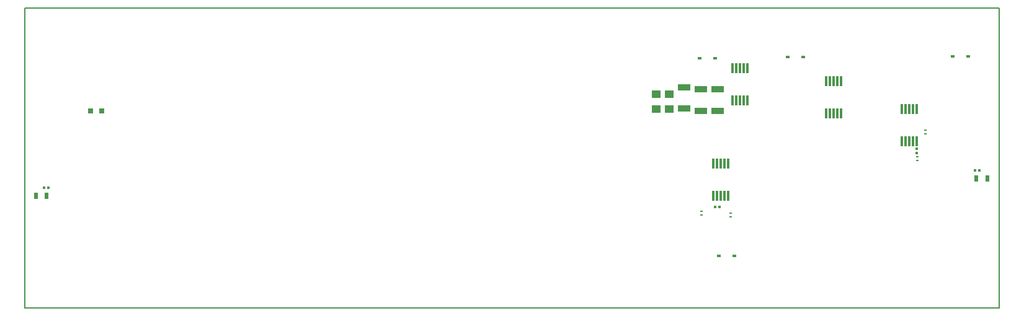
<source format=gbr>
G04 #@! TF.FileFunction,Paste,Bot*
%FSLAX46Y46*%
G04 Gerber Fmt 4.6, Leading zero omitted, Abs format (unit mm)*
G04 Created by KiCad (PCBNEW 4.0.7) date 06/14/18 22:28:00*
%MOMM*%
%LPD*%
G01*
G04 APERTURE LIST*
%ADD10C,0.100000*%
%ADD11C,0.150000*%
%ADD12R,0.800000X0.750000*%
%ADD13R,0.300000X0.350000*%
%ADD14R,1.250000X1.000000*%
%ADD15R,0.350000X0.300000*%
%ADD16R,0.300000X1.450000*%
%ADD17R,0.430000X0.280000*%
%ADD18R,0.500000X0.900000*%
%ADD19R,1.700000X0.900000*%
%ADD20R,0.600000X0.450000*%
G04 APERTURE END LIST*
D10*
D11*
X25000000Y-164000000D02*
X25000000Y-123000000D01*
X158000000Y-164000000D02*
X25000000Y-164000000D01*
X158000000Y-123000000D02*
X158000000Y-164000000D01*
X25000000Y-123000000D02*
X158000000Y-123000000D01*
D12*
X35460000Y-137060000D03*
X33960000Y-137060000D03*
D13*
X119220000Y-150210000D03*
X119780000Y-150210000D03*
D14*
X111180000Y-134800000D03*
X111180000Y-136800000D03*
X112980000Y-134800000D03*
X112980000Y-136800000D03*
D15*
X146740000Y-142280000D03*
X146740000Y-142840000D03*
D13*
X154690000Y-145190000D03*
X155250000Y-145190000D03*
D16*
X118960000Y-144300000D03*
X119460000Y-144300000D03*
X119960000Y-144300000D03*
X120460000Y-144300000D03*
X120960000Y-144300000D03*
X120960000Y-148700000D03*
X120460000Y-148700000D03*
X119960000Y-148700000D03*
X119460000Y-148700000D03*
X118960000Y-148700000D03*
X121580000Y-131200000D03*
X122080000Y-131200000D03*
X122580000Y-131200000D03*
X123080000Y-131200000D03*
X123580000Y-131200000D03*
X123580000Y-135600000D03*
X123080000Y-135600000D03*
X122580000Y-135600000D03*
X122080000Y-135600000D03*
X121580000Y-135600000D03*
X134400000Y-132980000D03*
X134900000Y-132980000D03*
X135400000Y-132980000D03*
X135900000Y-132980000D03*
X136400000Y-132980000D03*
X136400000Y-137380000D03*
X135900000Y-137380000D03*
X135400000Y-137380000D03*
X134900000Y-137380000D03*
X134400000Y-137380000D03*
D17*
X117330000Y-150810000D03*
X117330000Y-151330000D03*
X121330000Y-151030000D03*
X121330000Y-151550000D03*
D18*
X154890000Y-146270000D03*
X156390000Y-146270000D03*
D19*
X119520000Y-137050000D03*
X119520000Y-134150000D03*
X117260000Y-137050000D03*
X117260000Y-134150000D03*
X115010000Y-133880000D03*
X115010000Y-136780000D03*
D17*
X146780000Y-143880000D03*
X146780000Y-143360000D03*
X147910000Y-139720000D03*
X147910000Y-140240000D03*
D16*
X146710000Y-141200000D03*
X146210000Y-141200000D03*
X145710000Y-141200000D03*
X145210000Y-141200000D03*
X144710000Y-141200000D03*
X144710000Y-136800000D03*
X145210000Y-136800000D03*
X145710000Y-136800000D03*
X146210000Y-136800000D03*
X146710000Y-136800000D03*
D13*
X27610000Y-147590000D03*
X28170000Y-147590000D03*
D18*
X26470000Y-148670000D03*
X27970000Y-148670000D03*
D20*
X119180000Y-129910000D03*
X117080000Y-129910000D03*
X151620000Y-129600000D03*
X153720000Y-129600000D03*
X129130000Y-129720000D03*
X131230000Y-129720000D03*
X121830000Y-156910000D03*
X119730000Y-156910000D03*
M02*

</source>
